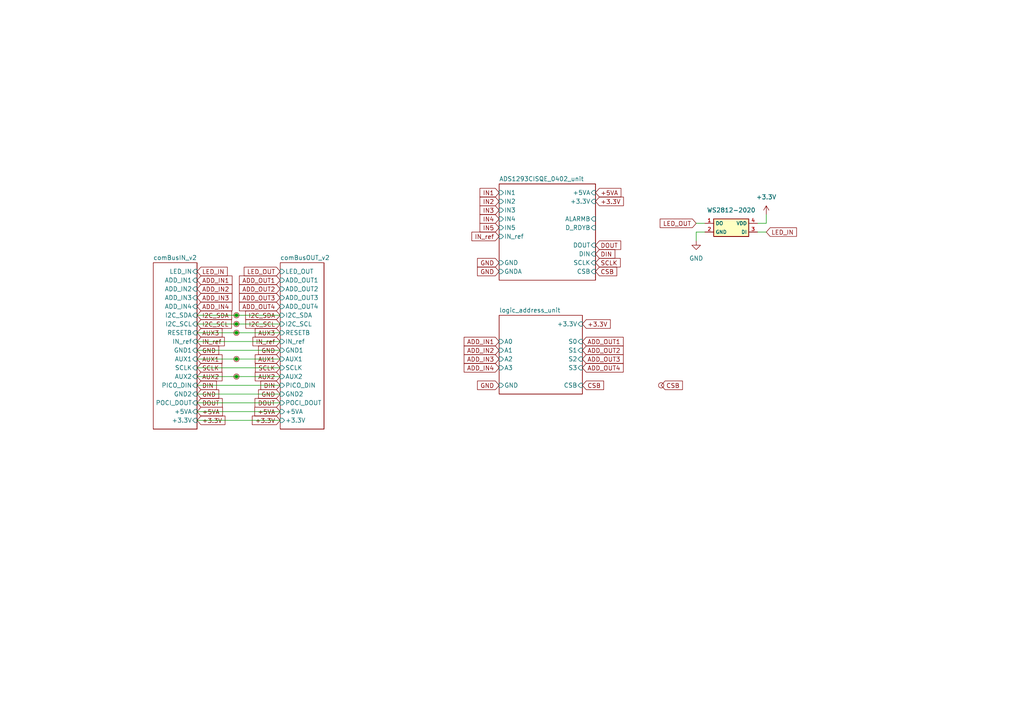
<source format=kicad_sch>
(kicad_sch (version 20230121) (generator eeschema)
  (paper "A4")
  (lib_symbols
    (symbol "TestPoint_5" (pin_numbers hide) (pin_names (offset 0.762) hide)
      (property "Reference" "TP" (at 0 6.858 0))
      (property "Value" "TestPoint_5" (at 0 5.08 0))
      (symbol "TestPoint_5_0_1"
        (circle (center 0 0) (radius 0.762))
      )
      (symbol "TestPoint_5_1_1"
        (pin passive line (at 0 0 90) (length 0) (name "1") (number "1"))
      )
    )
    (symbol "custom:TestPoint" (pin_numbers hide) (pin_names (offset 0.762) hide)
      (property "Reference" "TP" (at 0 6.858 0))
      (property "Value" "TestPoint" (at 0 5.08 0))
      (symbol "TestPoint_0_1"
        (circle (center 0 0) (radius 0.762))
      )
      (symbol "TestPoint_1_1"
        (pin passive line (at 0 0 90) (length 0) (name "1") (number "1"))
      )
    )
    (symbol "custom:WS2812-2020"
      (property "Reference" "U" (at 2.54 2.54 0))
      (property "Value" "WS2812-2020" (at 7.62 -5.08 0))
      (symbol "WS2812-2020_0_0"
        (rectangle (start 2.54 1.27) (end 12.7 -3.81) (stroke (width 0.254)) (fill (type background)))
      )
      (symbol "WS2812-2020_1_1"
        (pin input line (at 0 0 0) (length 2.54) (name "DO") (number "1"))
        (pin power_in line (at 0 -2.54 0) (length 2.54) (name "GND") (number "2"))
        (pin output line (at 15.24 -2.54 180) (length 2.54) (name "DI") (number "3"))
        (pin power_in line (at 15.24 0 180) (length 2.54) (name "VDD") (number "4"))
      )
    )
    (symbol "power:+3.3V" (power) (pin_names (offset 0))
      (property "Value" "+3.3V" (at 0 3.556 0))
      (symbol "+3.3V_0_1"
        (polyline (pts (xy -0.762 1.27) (xy 0 2.54)))
        (polyline (pts (xy 0 0) (xy 0 2.54)))
        (polyline (pts (xy 0 2.54) (xy 0.762 1.27)))
      )
      (symbol "+3.3V_1_1"
        (pin power_in line (at 0 0 90) (length 0) hide (name "+3.3V") (number "1"))
      )
    )
    (symbol "power:GND" (power) (pin_names (offset 0))
      (property "Value" "GND" (at 0 -3.81 0))
      (symbol "GND_0_1"
        (polyline (pts (xy 0 0) (xy 0 -1.27) (xy 1.27 -1.27) (xy 0 -2.54) (xy -1.27 -1.27) (xy 0 -1.27)))
      )
      (symbol "GND_1_1"
        (pin power_in line (at 0 0 270) (length 0) hide (name "GND") (number "1"))
      )
    )
  )
  (junction (at 68.58 109.22))
  (junction (at 68.58 93.98))
  (junction (at 68.58 91.44))
  (junction (at 68.58 104.14))
  (junction (at 68.58 96.52))
  (wire (pts (xy 57.15 109.22) (xy 68.58 109.22)))
  (wire (pts (xy 204.47 67.31) (xy 201.93 67.31)))
  (wire (pts (xy 68.58 109.22) (xy 81.28 109.22)))
  (wire (pts (xy 57.15 96.52) (xy 68.58 96.52)))
  (wire (pts (xy 222.25 67.31) (xy 219.71 67.31)))
  (wire (pts (xy 57.15 106.68) (xy 81.28 106.68)))
  (wire (pts (xy 57.15 116.84) (xy 81.28 116.84)))
  (wire (pts (xy 57.15 93.98) (xy 68.58 93.98)))
  (wire (pts (xy 68.58 91.44) (xy 81.28 91.44)))
  (wire (pts (xy 219.71 64.77) (xy 222.25 64.77)))
  (wire (pts (xy 57.15 119.38) (xy 81.28 119.38)))
  (wire (pts (xy 68.58 104.14) (xy 81.28 104.14)))
  (wire (pts (xy 201.93 67.31) (xy 201.93 69.85)))
  (wire (pts (xy 57.15 104.14) (xy 68.58 104.14)))
  (wire (pts (xy 57.15 91.44) (xy 68.58 91.44)))
  (wire (pts (xy 57.15 101.6) (xy 81.28 101.6)))
  (wire (pts (xy 57.15 114.3) (xy 81.28 114.3)))
  (wire (pts (xy 201.93 64.77) (xy 204.47 64.77)))
  (wire (pts (xy 68.58 96.52) (xy 81.28 96.52)))
  (wire (pts (xy 222.25 64.77) (xy 222.25 62.23)))
  (wire (pts (xy 57.15 121.92) (xy 81.28 121.92)))
  (wire (pts (xy 57.15 111.76) (xy 81.28 111.76)))
  (wire (pts (xy 68.58 93.98) (xy 81.28 93.98)))
  (wire (pts (xy 57.15 99.06) (xy 81.28 99.06)))
  (global_label "CSB" (shape input) (at 172.72 78.74 0) (property "Intersheetrefs" "${INTERSHEET_REFS}" (effects hide)))
  (global_label "CSB" (shape input) (at 168.91 111.76 0) (property "Intersheetrefs" "${INTERSHEET_REFS}" (effects hide)))
  (global_label "ADD_OUT4" (shape input) (at 168.91 106.68 0) (property "Intersheetrefs" "${INTERSHEET_REFS}" (effects hide)))
  (global_label "+3.3V" (shape input) (at 172.72 58.42 0) (property "Intersheetrefs" "${INTERSHEET_REFS}" (effects hide)))
  (global_label "AUX2" (shape input) (at 57.15 109.22 0) (property "Intersheetrefs" "${INTERSHEET_REFS}" (effects hide)))
  (global_label "ADD_OUT2" (shape input) (at 81.28 83.82 180) (property "Intersheetrefs" "${INTERSHEET_REFS}" (effects hide)))
  (global_label "ADD_IN3" (shape input) (at 57.15 86.36 0) (property "Intersheetrefs" "${INTERSHEET_REFS}" (effects hide)))
  (global_label "IN5" (shape input) (at 144.78 66.04 180) (property "Intersheetrefs" "${INTERSHEET_REFS}" (effects hide)))
  (global_label "I2C_SCL" (shape input) (at 57.15 93.98 0) (property "Intersheetrefs" "${INTERSHEET_REFS}" (effects hide)))
  (global_label "DIN" (shape input) (at 57.15 111.76 0) (property "Intersheetrefs" "${INTERSHEET_REFS}" (effects hide)))
  (global_label "LED_OUT" (shape input) (at 201.93 64.77 180) (property "Intersheetrefs" "${INTERSHEET_REFS}" (effects hide)))
  (global_label "GND" (shape input) (at 81.28 101.6 180) (property "Intersheetrefs" "${INTERSHEET_REFS}" (effects hide)))
  (global_label "+3.3V" (shape input) (at 57.15 121.92 0) (property "Intersheetrefs" "${INTERSHEET_REFS}" (effects hide)))
  (global_label "ADD_OUT3" (shape input) (at 168.91 104.14 0) (property "Intersheetrefs" "${INTERSHEET_REFS}" (effects hide)))
  (global_label "DOUT" (shape input) (at 57.15 116.84 0) (property "Intersheetrefs" "${INTERSHEET_REFS}" (effects hide)))
  (global_label "ADD_IN2" (shape input) (at 144.78 101.6 180) (property "Intersheetrefs" "${INTERSHEET_REFS}" (effects hide)))
  (global_label "ADD_OUT1" (shape input) (at 168.91 99.06 0) (property "Intersheetrefs" "${INTERSHEET_REFS}" (effects hide)))
  (global_label "DOUT" (shape input) (at 81.28 116.84 180) (property "Intersheetrefs" "${INTERSHEET_REFS}" (effects hide)))
  (global_label "DIN" (shape input) (at 172.72 73.66 0) (property "Intersheetrefs" "${INTERSHEET_REFS}" (effects hide)))
  (global_label "CSB" (shape input) (at 191.77 111.76 0) (property "Intersheetrefs" "${INTERSHEET_REFS}" (effects hide)))
  (global_label "ADD_OUT1" (shape input) (at 81.28 81.28 180) (property "Intersheetrefs" "${INTERSHEET_REFS}" (effects hide)))
  (global_label "ADD_IN1" (shape input) (at 144.78 99.06 180) (property "Intersheetrefs" "${INTERSHEET_REFS}" (effects hide)))
  (global_label "AUX3" (shape input) (at 81.28 96.52 180) (property "Intersheetrefs" "${INTERSHEET_REFS}" (effects hide)))
  (global_label "ADD_IN2" (shape input) (at 57.15 83.82 0) (property "Intersheetrefs" "${INTERSHEET_REFS}" (effects hide)))
  (global_label "+5VA" (shape input) (at 57.15 119.38 0) (property "Intersheetrefs" "${INTERSHEET_REFS}" (effects hide)))
  (global_label "LED_OUT" (shape input) (at 81.28 78.74 180) (property "Intersheetrefs" "${INTERSHEET_REFS}" (effects hide)))
  (global_label "AUX1" (shape input) (at 81.28 104.14 180) (property "Intersheetrefs" "${INTERSHEET_REFS}" (effects hide)))
  (global_label "AUX2" (shape input) (at 81.28 109.22 180) (property "Intersheetrefs" "${INTERSHEET_REFS}" (effects hide)))
  (global_label "GND" (shape input) (at 144.78 78.74 180) (property "Intersheetrefs" "${INTERSHEET_REFS}" (effects hide)))
  (global_label "GND" (shape input) (at 81.28 114.3 180) (property "Intersheetrefs" "${INTERSHEET_REFS}" (effects hide)))
  (global_label "ADD_IN1" (shape input) (at 57.15 81.28 0) (property "Intersheetrefs" "${INTERSHEET_REFS}" (effects hide)))
  (global_label "LED_IN" (shape input) (at 222.25 67.31 0) (property "Intersheetrefs" "${INTERSHEET_REFS}" (effects hide)))
  (global_label "AUX3" (shape input) (at 57.15 96.52 0) (property "Intersheetrefs" "${INTERSHEET_REFS}" (effects hide)))
  (global_label "GND" (shape input) (at 144.78 111.76 180) (property "Intersheetrefs" "${INTERSHEET_REFS}" (effects hide)))
  (global_label "GND" (shape input) (at 57.15 101.6 0) (property "Intersheetrefs" "${INTERSHEET_REFS}" (effects hide)))
  (global_label "+5VA" (shape input) (at 172.72 55.88 0) (property "Intersheetrefs" "${INTERSHEET_REFS}" (effects hide)))
  (global_label "I2C_SDA" (shape input) (at 57.15 91.44 0) (property "Intersheetrefs" "${INTERSHEET_REFS}" (effects hide)))
  (global_label "ADD_OUT3" (shape input) (at 81.28 86.36 180) (property "Intersheetrefs" "${INTERSHEET_REFS}" (effects hide)))
  (global_label "LED_IN" (shape input) (at 57.15 78.74 0) (property "Intersheetrefs" "${INTERSHEET_REFS}" (effects hide)))
  (global_label "I2C_SDA" (shape input) (at 81.28 91.44 180) (property "Intersheetrefs" "${INTERSHEET_REFS}" (effects hide)))
  (global_label "I2C_SCL" (shape input) (at 81.28 93.98 180) (property "Intersheetrefs" "${INTERSHEET_REFS}" (effects hide)))
  (global_label "ADD_IN3" (shape input) (at 144.78 104.14 180) (property "Intersheetrefs" "${INTERSHEET_REFS}" (effects hide)))
  (global_label "IN_ref" (shape input) (at 81.28 99.06 180) (property "Intersheetrefs" "${INTERSHEET_REFS}" (effects hide)))
  (global_label "IN_ref" (shape input) (at 144.78 68.58 180) (property "Intersheetrefs" "${INTERSHEET_REFS}" (effects hide)))
  (global_label "IN1" (shape input) (at 144.78 55.88 180) (property "Intersheetrefs" "${INTERSHEET_REFS}" (effects hide)))
  (global_label "GND" (shape input) (at 144.78 76.2 180) (property "Intersheetrefs" "${INTERSHEET_REFS}" (effects hide)))
  (global_label "ADD_IN4" (shape input) (at 144.78 106.68 180) (property "Intersheetrefs" "${INTERSHEET_REFS}" (effects hide)))
  (global_label "AUX1" (shape input) (at 57.15 104.14 0) (property "Intersheetrefs" "${INTERSHEET_REFS}" (effects hide)))
  (global_label "+3.3V" (shape input) (at 168.91 93.98 0) (property "Intersheetrefs" "${INTERSHEET_REFS}" (effects hide)))
  (global_label "IN2" (shape input) (at 144.78 58.42 180) (property "Intersheetrefs" "${INTERSHEET_REFS}" (effects hide)))
  (global_label "GND" (shape input) (at 57.15 114.3 0) (property "Intersheetrefs" "${INTERSHEET_REFS}" (effects hide)))
  (global_label "ADD_OUT2" (shape input) (at 168.91 101.6 0) (property "Intersheetrefs" "${INTERSHEET_REFS}" (effects hide)))
  (global_label "+5VA" (shape input) (at 81.28 119.38 180) (property "Intersheetrefs" "${INTERSHEET_REFS}" (effects hide)))
  (global_label "DIN" (shape input) (at 81.28 111.76 180) (property "Intersheetrefs" "${INTERSHEET_REFS}" (effects hide)))
  (global_label "ADD_OUT4" (shape input) (at 81.28 88.9 180) (property "Intersheetrefs" "${INTERSHEET_REFS}" (effects hide)))
  (global_label "SCLK" (shape input) (at 81.28 106.68 180) (property "Intersheetrefs" "${INTERSHEET_REFS}" (effects hide)))
  (global_label "+3.3V" (shape input) (at 81.28 121.92 180) (property "Intersheetrefs" "${INTERSHEET_REFS}" (effects hide)))
  (global_label "SCLK" (shape input) (at 172.72 76.2 0) (property "Intersheetrefs" "${INTERSHEET_REFS}" (effects hide)))
  (global_label "DOUT" (shape input) (at 172.72 71.12 0) (property "Intersheetrefs" "${INTERSHEET_REFS}" (effects hide)))
  (global_label "IN3" (shape input) (at 144.78 60.96 180) (property "Intersheetrefs" "${INTERSHEET_REFS}" (effects hide)))
  (global_label "IN4" (shape input) (at 144.78 63.5 180) (property "Intersheetrefs" "${INTERSHEET_REFS}" (effects hide)))
  (global_label "IN_ref" (shape input) (at 57.15 99.06 0) (property "Intersheetrefs" "${INTERSHEET_REFS}" (effects hide)))
  (global_label "ADD_IN4" (shape input) (at 57.15 88.9 0) (property "Intersheetrefs" "${INTERSHEET_REFS}" (effects hide)))
  (global_label "SCLK" (shape input) (at 57.15 106.68 0) (property "Intersheetrefs" "${INTERSHEET_REFS}" (effects hide)))
  (symbol (lib_id "custom:TestPoint") (at 68.58 91.44 270) (unit 1) (in_bom no)
    (property "Reference" "TP1" (effects hide))
    (property "Value" "TP_SDA" (effects hide))
    (property "Footprint" "00_Custom:TestPoint_Pad_D1.0mm" (effects hide))
  )
  (symbol (lib_id "custom:TestPoint") (at 68.58 104.14 270) (unit 1) (in_bom no)
    (property "Reference" "TP3" (effects hide))
    (property "Value" "TP_AUX1" (effects hide))
    (property "Footprint" "00_Custom:TestPoint_Pad_D1.0mm" (effects hide))
  )
  (symbol (lib_id "custom:TestPoint") (at 68.58 96.52 270) (unit 1) (in_bom no)
    (property "Reference" "TP5" (effects hide))
    (property "Value" "TP_AUX3" (effects hide))
    (property "Footprint" "00_Custom:TestPoint_Pad_D1.0mm" (effects hide))
  )
  (symbol (lib_id "custom:WS2812-2020") (at 204.47 64.77 0) (unit 1) (in_bom no)
    (property "Reference" "LED1" (effects hide))
    (property "Value" "WS2812-2020" (at 212.09 60.96 0))
    (property "Footprint" "00_Custom:WS2812-2020" (effects hide))
  )
  (symbol (lib_name "TestPoint_5") (lib_id "custom:TestPoint") (at 68.58 93.98 270) (unit 1) (in_bom no)
    (property "Reference" "TP2" (effects hide))
    (property "Value" "TP_SCL" (effects hide))
    (property "Footprint" "00_Custom:TestPoint_Pad_D1.0mm" (effects hide))
  )
  (symbol (lib_id "power:+3.3V") (at 222.25 62.23 0) (unit 1)
    (property "Reference" "#PWR019" (effects hide))
    (property "Value" "+3.3V" (at 222.25 57.15 0))
  )
  (symbol (lib_id "custom:TestPoint") (at 191.77 111.76 180) (unit 1) (in_bom no)
    (property "Reference" "TP6" (effects hide))
    (property "Value" "TP_CS" (effects hide))
    (property "Footprint" "00_Custom:TestPoint_Pad_D1.0mm" (effects hide))
  )
  (symbol (lib_id "power:GND") (at 201.93 69.85 0) (unit 1)
    (property "Reference" "#PWR018" (effects hide))
    (property "Value" "GND" (at 201.93 74.93 0))
  )
  (symbol (lib_id "custom:TestPoint") (at 68.58 109.22 270) (unit 1) (in_bom no)
    (property "Reference" "TP4" (effects hide))
    (property "Value" "TP_AUX2" (effects hide))
    (property "Footprint" "00_Custom:TestPoint_Pad_D1.0mm" (effects hide))
  )
  (sheet (at 81.28 76.2) (size 12.7 48.26) (stroke (width 0.1524))
    (property "Sheetname" "comBusOUT_v2" (at 81.28 75.4884 0) (effects (justify left bottom)))
    (property "Sheetfile" "comBusOUT_v2.kicad_sch" (effects hide))
    (pin "ADD_OUT4" input (at 81.28 88.9 180))
    (pin "LED_OUT" input (at 81.28 78.74 180))
    (pin "ADD_OUT3" input (at 81.28 86.36 180))
    (pin "ADD_OUT2" input (at 81.28 83.82 180))
    (pin "ADD_OUT1" input (at 81.28 81.28 180))
    (pin "+3.3V" input (at 81.28 121.92 180))
    (pin "POCI_DOUT" input (at 81.28 116.84 180))
    (pin "PICO_DIN" input (at 81.28 111.76 180))
    (pin "GND2" input (at 81.28 114.3 180))
    (pin "SCLK" input (at 81.28 106.68 180))
    (pin "+5VA" input (at 81.28 119.38 180))
    (pin "AUX2" input (at 81.28 109.22 180))
    (pin "AUX1" input (at 81.28 104.14 180))
    (pin "GND1" input (at 81.28 101.6 180))
    (pin "IN_ref" input (at 81.28 99.06 180))
    (pin "RESETB" input (at 81.28 96.52 180))
    (pin "I2C_SCL" input (at 81.28 93.98 180))
    (pin "I2C_SDA" input (at 81.28 91.44 180))
  )
  (sheet (at 44.45 76.2) (size 12.7 48.26) (stroke (width 0.1524))
    (property "Sheetname" "comBusIN_v2" (at 44.45 75.4884 0) (effects (justify left bottom)))
    (property "Sheetfile" "comBusIN_v2.kicad_sch" (effects hide))
    (pin "GND2" input (at 57.15 114.3 0))
    (pin "+3.3V" input (at 57.15 121.92 0))
    (pin "+5VA" input (at 57.15 119.38 0))
    (pin "AUX2" input (at 57.15 109.22 0))
    (pin "PICO_DIN" input (at 57.15 111.76 0))
    (pin "POCI_DOUT" input (at 57.15 116.84 0))
    (pin "ADD_IN3" input (at 57.15 86.36 0))
    (pin "I2C_SDA" input (at 57.15 91.44 0))
    (pin "ADD_IN2" input (at 57.15 83.82 0))
    (pin "I2C_SCL" input (at 57.15 93.98 0))
    (pin "ADD_IN1" input (at 57.15 81.28 0))
    (pin "ADD_IN4" input (at 57.15 88.9 0))
    (pin "AUX1" input (at 57.15 104.14 0))
    (pin "RESETB" input (at 57.15 96.52 0))
    (pin "IN_ref" input (at 57.15 99.06 0))
    (pin "GND1" input (at 57.15 101.6 0))
    (pin "SCLK" input (at 57.15 106.68 0))
    (pin "LED_IN" input (at 57.15 78.74 0))
  )
  (sheet (at 144.78 53.34) (size 27.94 27.94) (stroke (width 0.1524))
    (property "Sheetname" "ADS1293CISQE_0402_unit" (at 144.78 52.6284 0) (effects (justify left bottom)))
    (property "Sheetfile" "ADS1293CISQE_0402_unit.kicad_sch" (effects hide))
    (pin "GNDA" input (at 144.78 78.74 180))
    (pin "+5VA" input (at 172.72 55.88 0))
    (pin "GND" input (at 144.78 76.2 180))
    (pin "+3.3V" input (at 172.72 58.42 0))
    (pin "DIN" input (at 172.72 73.66 0))
    (pin "SCLK" input (at 172.72 76.2 0))
    (pin "DOUT" input (at 172.72 71.12 0))
    (pin "D_RDYB" input (at 172.72 66.04 0))
    (pin "ALARMB" input (at 172.72 63.5 0))
    (pin "IN_ref" input (at 144.78 68.58 180))
    (pin "IN5" input (at 144.78 66.04 180))
    (pin "IN3" input (at 144.78 60.96 180))
    (pin "IN1" input (at 144.78 55.88 180))
    (pin "IN2" input (at 144.78 58.42 180))
    (pin "IN4" input (at 144.78 63.5 180))
    (pin "CSB" input (at 172.72 78.74 0))
  )
  (sheet (at 144.78 91.44) (size 24.13 22.86) (stroke (width 0.1524))
    (property "Sheetname" "logic_address_unit" (at 144.78 90.7284 0) (effects (justify left bottom)))
    (property "Sheetfile" "logic_address_unit.kicad_sch" (effects hide))
    (pin "S2" input (at 168.91 104.14 0))
    (pin "A3" input (at 144.78 106.68 180))
    (pin "GND" input (at 144.78 111.76 180))
    (pin "+3.3V" input (at 168.91 93.98 0))
    (pin "A1" input (at 144.78 101.6 180))
    (pin "A0" input (at 144.78 99.06 180))
    (pin "S1" input (at 168.91 101.6 0))
    (pin "S0" input (at 168.91 99.06 0))
    (pin "S3" input (at 168.91 106.68 0))
    (pin "A2" input (at 144.78 104.14 180))
    (pin "CSB" input (at 168.91 111.76 0))
  )
)
</source>
